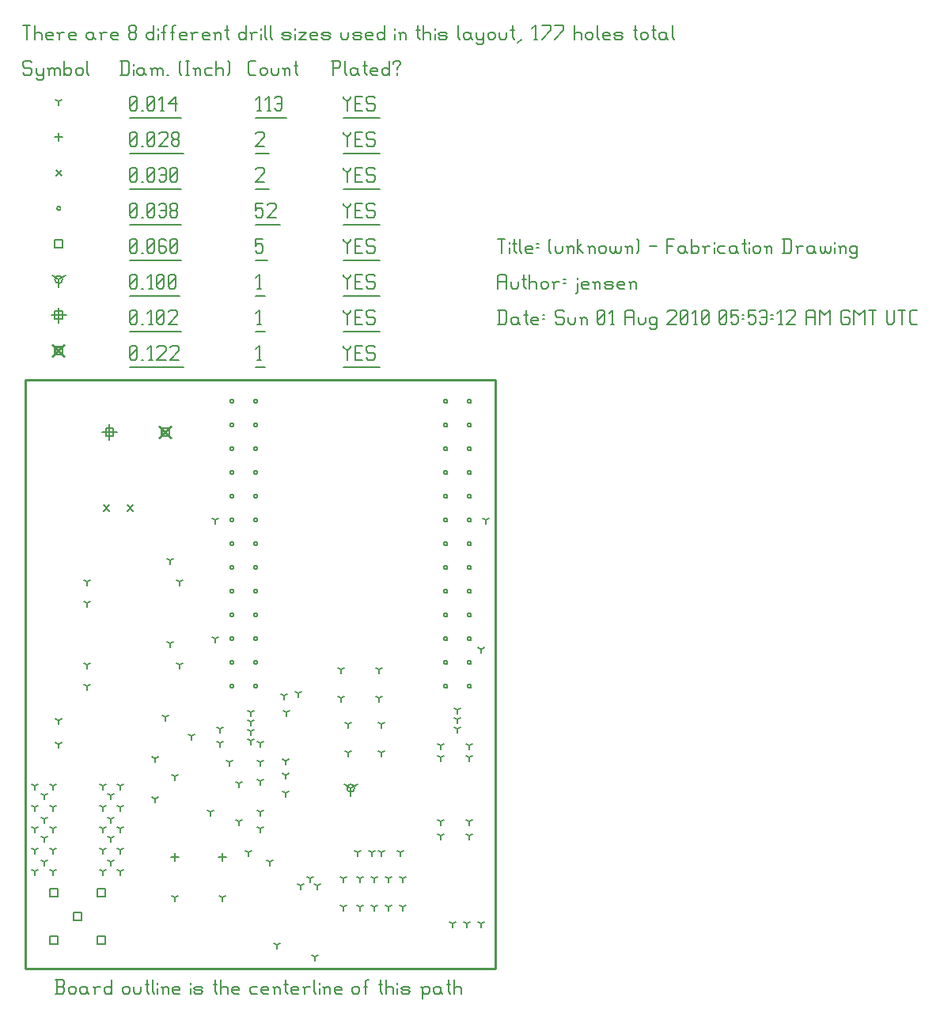
<source format=gbr>
G04 start of page 14 for group -3984 idx -3984 *
G04 Title: (unknown), fab *
G04 Creator: pcb 1.99z *
G04 CreationDate: Sun 01 Aug 2010 05:53:12 AM GMT UTC *
G04 For: jensen *
G04 Format: Gerber/RS-274X *
G04 PCB-Dimensions: 200000 250000 *
G04 PCB-Coordinate-Origin: lower left *
%MOIN*%
%FSLAX25Y25*%
%LNFAB*%
%ADD11C,0.0200*%
%ADD35C,0.0100*%
%ADD51R,0.0080X0.0080*%
%ADD52C,0.0060*%
G54D11*G36*
X57600Y229966D02*X62965Y224600D01*
X62400Y224035D01*
X57034Y229400D01*
X57600Y229966D01*
G37*
G36*
X57034Y224600D02*X62400Y229966D01*
X62965Y229400D01*
X57600Y224035D01*
X57034Y224600D01*
G37*
G54D51*X58400Y228600D02*X61600D01*
X58400D02*Y225400D01*
X61600D01*
Y228600D02*Y225400D01*
G54D11*G36*
X12600Y264215D02*X17965Y258850D01*
X17400Y258284D01*
X12034Y263650D01*
X12600Y264215D01*
G37*
G36*
X12034Y258850D02*X17400Y264215D01*
X17965Y263650D01*
X12600Y258284D01*
X12034Y258850D01*
G37*
G54D51*X13400Y262850D02*X16600D01*
X13400D02*Y259650D01*
X16600D01*
Y262850D02*Y259650D01*
G54D52*X135000Y263500D02*Y262750D01*
X136500Y261250D01*
X138000Y262750D01*
Y263500D02*Y262750D01*
X136500Y261250D02*Y257500D01*
X139801Y260500D02*X142051D01*
X139801Y257500D02*X142801D01*
X139801Y263500D02*Y257500D01*
Y263500D02*X142801D01*
X147603D02*X148353Y262750D01*
X145353Y263500D02*X147603D01*
X144603Y262750D02*X145353Y263500D01*
X144603Y262750D02*Y261250D01*
X145353Y260500D01*
X147603D01*
X148353Y259750D01*
Y258250D01*
X147603Y257500D02*X148353Y258250D01*
X145353Y257500D02*X147603D01*
X144603Y258250D02*X145353Y257500D01*
X135000Y254249D02*X150154D01*
X98750Y257500D02*X100250D01*
X99500Y263500D02*Y257500D01*
X98000Y262000D02*X99500Y263500D01*
X98000Y254249D02*X102051D01*
X45000Y258250D02*X45750Y257500D01*
X45000Y262750D02*Y258250D01*
Y262750D02*X45750Y263500D01*
X47250D01*
X48000Y262750D01*
Y258250D01*
X47250Y257500D02*X48000Y258250D01*
X45750Y257500D02*X47250D01*
X45000Y259000D02*X48000Y262000D01*
X49801Y257500D02*X50551D01*
X53103D02*X54603D01*
X53853Y263500D02*Y257500D01*
X52353Y262000D02*X53853Y263500D01*
X56404Y262750D02*X57154Y263500D01*
X59404D01*
X60154Y262750D01*
Y261250D01*
X56404Y257500D02*X60154Y261250D01*
X56404Y257500D02*X60154D01*
X61956Y262750D02*X62706Y263500D01*
X64956D01*
X65706Y262750D01*
Y261250D01*
X61956Y257500D02*X65706Y261250D01*
X61956Y257500D02*X65706D01*
X45000Y254249D02*X67507D01*
X36377Y230200D02*Y223800D01*
X33177Y227000D02*X39577D01*
X34777Y228600D02*X37977D01*
X34777D02*Y225400D01*
X37977D01*
Y228600D02*Y225400D01*
X15000Y279450D02*Y273050D01*
X11800Y276250D02*X18200D01*
X13400Y277850D02*X16600D01*
X13400D02*Y274650D01*
X16600D01*
Y277850D02*Y274650D01*
X135000Y278500D02*Y277750D01*
X136500Y276250D01*
X138000Y277750D01*
Y278500D02*Y277750D01*
X136500Y276250D02*Y272500D01*
X139801Y275500D02*X142051D01*
X139801Y272500D02*X142801D01*
X139801Y278500D02*Y272500D01*
Y278500D02*X142801D01*
X147603D02*X148353Y277750D01*
X145353Y278500D02*X147603D01*
X144603Y277750D02*X145353Y278500D01*
X144603Y277750D02*Y276250D01*
X145353Y275500D01*
X147603D01*
X148353Y274750D01*
Y273250D01*
X147603Y272500D02*X148353Y273250D01*
X145353Y272500D02*X147603D01*
X144603Y273250D02*X145353Y272500D01*
X135000Y269249D02*X150154D01*
X98750Y272500D02*X100250D01*
X99500Y278500D02*Y272500D01*
X98000Y277000D02*X99500Y278500D01*
X98000Y269249D02*X102051D01*
X45000Y273250D02*X45750Y272500D01*
X45000Y277750D02*Y273250D01*
Y277750D02*X45750Y278500D01*
X47250D01*
X48000Y277750D01*
Y273250D01*
X47250Y272500D02*X48000Y273250D01*
X45750Y272500D02*X47250D01*
X45000Y274000D02*X48000Y277000D01*
X49801Y272500D02*X50551D01*
X53103D02*X54603D01*
X53853Y278500D02*Y272500D01*
X52353Y277000D02*X53853Y278500D01*
X56404Y273250D02*X57154Y272500D01*
X56404Y277750D02*Y273250D01*
Y277750D02*X57154Y278500D01*
X58654D01*
X59404Y277750D01*
Y273250D01*
X58654Y272500D02*X59404Y273250D01*
X57154Y272500D02*X58654D01*
X56404Y274000D02*X59404Y277000D01*
X61206Y277750D02*X61956Y278500D01*
X64206D01*
X64956Y277750D01*
Y276250D01*
X61206Y272500D02*X64956Y276250D01*
X61206Y272500D02*X64956D01*
X45000Y269249D02*X66757D01*
X138000Y77000D02*Y73800D01*
Y77000D02*X140773Y78600D01*
X138000Y77000D02*X135227Y78600D01*
X136400Y77000D02*G75*G03X139600Y77000I1600J0D01*G01*
G75*G03X136400Y77000I-1600J0D01*G01*
X15000Y291250D02*Y288050D01*
Y291250D02*X17773Y292850D01*
X15000Y291250D02*X12227Y292850D01*
X13400Y291250D02*G75*G03X16600Y291250I1600J0D01*G01*
G75*G03X13400Y291250I-1600J0D01*G01*
X135000Y293500D02*Y292750D01*
X136500Y291250D01*
X138000Y292750D01*
Y293500D02*Y292750D01*
X136500Y291250D02*Y287500D01*
X139801Y290500D02*X142051D01*
X139801Y287500D02*X142801D01*
X139801Y293500D02*Y287500D01*
Y293500D02*X142801D01*
X147603D02*X148353Y292750D01*
X145353Y293500D02*X147603D01*
X144603Y292750D02*X145353Y293500D01*
X144603Y292750D02*Y291250D01*
X145353Y290500D01*
X147603D01*
X148353Y289750D01*
Y288250D01*
X147603Y287500D02*X148353Y288250D01*
X145353Y287500D02*X147603D01*
X144603Y288250D02*X145353Y287500D01*
X135000Y284249D02*X150154D01*
X98750Y287500D02*X100250D01*
X99500Y293500D02*Y287500D01*
X98000Y292000D02*X99500Y293500D01*
X98000Y284249D02*X102051D01*
X45000Y288250D02*X45750Y287500D01*
X45000Y292750D02*Y288250D01*
Y292750D02*X45750Y293500D01*
X47250D01*
X48000Y292750D01*
Y288250D01*
X47250Y287500D02*X48000Y288250D01*
X45750Y287500D02*X47250D01*
X45000Y289000D02*X48000Y292000D01*
X49801Y287500D02*X50551D01*
X53103D02*X54603D01*
X53853Y293500D02*Y287500D01*
X52353Y292000D02*X53853Y293500D01*
X56404Y288250D02*X57154Y287500D01*
X56404Y292750D02*Y288250D01*
Y292750D02*X57154Y293500D01*
X58654D01*
X59404Y292750D01*
Y288250D01*
X58654Y287500D02*X59404Y288250D01*
X57154Y287500D02*X58654D01*
X56404Y289000D02*X59404Y292000D01*
X61206Y288250D02*X61956Y287500D01*
X61206Y292750D02*Y288250D01*
Y292750D02*X61956Y293500D01*
X63456D01*
X64206Y292750D01*
Y288250D01*
X63456Y287500D02*X64206Y288250D01*
X61956Y287500D02*X63456D01*
X61206Y289000D02*X64206Y292000D01*
X45000Y284249D02*X66007D01*
X11400Y34600D02*X14600D01*
X11400D02*Y31400D01*
X14600D01*
Y34600D02*Y31400D01*
X31400Y34600D02*X34600D01*
X31400D02*Y31400D01*
X34600D01*
Y34600D02*Y31400D01*
X21400Y24600D02*X24600D01*
X21400D02*Y21400D01*
X24600D01*
Y24600D02*Y21400D01*
X11400Y14600D02*X14600D01*
X11400D02*Y11400D01*
X14600D01*
Y14600D02*Y11400D01*
X31400Y14600D02*X34600D01*
X31400D02*Y11400D01*
X34600D01*
Y14600D02*Y11400D01*
X13400Y307850D02*X16600D01*
X13400D02*Y304650D01*
X16600D01*
Y307850D02*Y304650D01*
X135000Y308500D02*Y307750D01*
X136500Y306250D01*
X138000Y307750D01*
Y308500D02*Y307750D01*
X136500Y306250D02*Y302500D01*
X139801Y305500D02*X142051D01*
X139801Y302500D02*X142801D01*
X139801Y308500D02*Y302500D01*
Y308500D02*X142801D01*
X147603D02*X148353Y307750D01*
X145353Y308500D02*X147603D01*
X144603Y307750D02*X145353Y308500D01*
X144603Y307750D02*Y306250D01*
X145353Y305500D01*
X147603D01*
X148353Y304750D01*
Y303250D01*
X147603Y302500D02*X148353Y303250D01*
X145353Y302500D02*X147603D01*
X144603Y303250D02*X145353Y302500D01*
X135000Y299249D02*X150154D01*
X98000Y308500D02*X101000D01*
X98000D02*Y305500D01*
X98750Y306250D01*
X100250D01*
X101000Y305500D01*
Y303250D01*
X100250Y302500D02*X101000Y303250D01*
X98750Y302500D02*X100250D01*
X98000Y303250D02*X98750Y302500D01*
X98000Y299249D02*X102801D01*
X45000Y303250D02*X45750Y302500D01*
X45000Y307750D02*Y303250D01*
Y307750D02*X45750Y308500D01*
X47250D01*
X48000Y307750D01*
Y303250D01*
X47250Y302500D02*X48000Y303250D01*
X45750Y302500D02*X47250D01*
X45000Y304000D02*X48000Y307000D01*
X49801Y302500D02*X50551D01*
X52353Y303250D02*X53103Y302500D01*
X52353Y307750D02*Y303250D01*
Y307750D02*X53103Y308500D01*
X54603D01*
X55353Y307750D01*
Y303250D01*
X54603Y302500D02*X55353Y303250D01*
X53103Y302500D02*X54603D01*
X52353Y304000D02*X55353Y307000D01*
X59404Y308500D02*X60154Y307750D01*
X57904Y308500D02*X59404D01*
X57154Y307750D02*X57904Y308500D01*
X57154Y307750D02*Y303250D01*
X57904Y302500D01*
X59404Y305500D02*X60154Y304750D01*
X57154Y305500D02*X59404D01*
X57904Y302500D02*X59404D01*
X60154Y303250D01*
Y304750D02*Y303250D01*
X61956D02*X62706Y302500D01*
X61956Y307750D02*Y303250D01*
Y307750D02*X62706Y308500D01*
X64206D01*
X64956Y307750D01*
Y303250D01*
X64206Y302500D02*X64956Y303250D01*
X62706Y302500D02*X64206D01*
X61956Y304000D02*X64956Y307000D01*
X45000Y299249D02*X66757D01*
X177200Y240000D02*G75*G03X178800Y240000I800J0D01*G01*
G75*G03X177200Y240000I-800J0D01*G01*
X187200D02*G75*G03X188800Y240000I800J0D01*G01*
G75*G03X187200Y240000I-800J0D01*G01*
X177200Y230000D02*G75*G03X178800Y230000I800J0D01*G01*
G75*G03X177200Y230000I-800J0D01*G01*
X187200D02*G75*G03X188800Y230000I800J0D01*G01*
G75*G03X187200Y230000I-800J0D01*G01*
X177200Y220000D02*G75*G03X178800Y220000I800J0D01*G01*
G75*G03X177200Y220000I-800J0D01*G01*
X187200D02*G75*G03X188800Y220000I800J0D01*G01*
G75*G03X187200Y220000I-800J0D01*G01*
X177200Y210000D02*G75*G03X178800Y210000I800J0D01*G01*
G75*G03X177200Y210000I-800J0D01*G01*
X187200D02*G75*G03X188800Y210000I800J0D01*G01*
G75*G03X187200Y210000I-800J0D01*G01*
X177200Y200000D02*G75*G03X178800Y200000I800J0D01*G01*
G75*G03X177200Y200000I-800J0D01*G01*
X187200D02*G75*G03X188800Y200000I800J0D01*G01*
G75*G03X187200Y200000I-800J0D01*G01*
X177200Y190000D02*G75*G03X178800Y190000I800J0D01*G01*
G75*G03X177200Y190000I-800J0D01*G01*
X187200D02*G75*G03X188800Y190000I800J0D01*G01*
G75*G03X187200Y190000I-800J0D01*G01*
X177200Y180000D02*G75*G03X178800Y180000I800J0D01*G01*
G75*G03X177200Y180000I-800J0D01*G01*
X187200D02*G75*G03X188800Y180000I800J0D01*G01*
G75*G03X187200Y180000I-800J0D01*G01*
X177200Y170000D02*G75*G03X178800Y170000I800J0D01*G01*
G75*G03X177200Y170000I-800J0D01*G01*
X187200D02*G75*G03X188800Y170000I800J0D01*G01*
G75*G03X187200Y170000I-800J0D01*G01*
X177200Y160000D02*G75*G03X178800Y160000I800J0D01*G01*
G75*G03X177200Y160000I-800J0D01*G01*
X187200D02*G75*G03X188800Y160000I800J0D01*G01*
G75*G03X187200Y160000I-800J0D01*G01*
X177200Y150000D02*G75*G03X178800Y150000I800J0D01*G01*
G75*G03X177200Y150000I-800J0D01*G01*
X187200D02*G75*G03X188800Y150000I800J0D01*G01*
G75*G03X187200Y150000I-800J0D01*G01*
X177200Y140000D02*G75*G03X178800Y140000I800J0D01*G01*
G75*G03X177200Y140000I-800J0D01*G01*
X187200D02*G75*G03X188800Y140000I800J0D01*G01*
G75*G03X187200Y140000I-800J0D01*G01*
X177200Y130000D02*G75*G03X178800Y130000I800J0D01*G01*
G75*G03X177200Y130000I-800J0D01*G01*
X187200D02*G75*G03X188800Y130000I800J0D01*G01*
G75*G03X187200Y130000I-800J0D01*G01*
X177200Y120000D02*G75*G03X178800Y120000I800J0D01*G01*
G75*G03X177200Y120000I-800J0D01*G01*
X187200D02*G75*G03X188800Y120000I800J0D01*G01*
G75*G03X187200Y120000I-800J0D01*G01*
X87100Y240000D02*G75*G03X88700Y240000I800J0D01*G01*
G75*G03X87100Y240000I-800J0D01*G01*
X97100D02*G75*G03X98700Y240000I800J0D01*G01*
G75*G03X97100Y240000I-800J0D01*G01*
X87100Y230000D02*G75*G03X88700Y230000I800J0D01*G01*
G75*G03X87100Y230000I-800J0D01*G01*
X97100D02*G75*G03X98700Y230000I800J0D01*G01*
G75*G03X97100Y230000I-800J0D01*G01*
X87100Y220000D02*G75*G03X88700Y220000I800J0D01*G01*
G75*G03X87100Y220000I-800J0D01*G01*
X97100D02*G75*G03X98700Y220000I800J0D01*G01*
G75*G03X97100Y220000I-800J0D01*G01*
X87100Y210000D02*G75*G03X88700Y210000I800J0D01*G01*
G75*G03X87100Y210000I-800J0D01*G01*
X97100D02*G75*G03X98700Y210000I800J0D01*G01*
G75*G03X97100Y210000I-800J0D01*G01*
X87100Y200000D02*G75*G03X88700Y200000I800J0D01*G01*
G75*G03X87100Y200000I-800J0D01*G01*
X97100D02*G75*G03X98700Y200000I800J0D01*G01*
G75*G03X97100Y200000I-800J0D01*G01*
X87100Y190000D02*G75*G03X88700Y190000I800J0D01*G01*
G75*G03X87100Y190000I-800J0D01*G01*
X97100D02*G75*G03X98700Y190000I800J0D01*G01*
G75*G03X97100Y190000I-800J0D01*G01*
X87100Y180000D02*G75*G03X88700Y180000I800J0D01*G01*
G75*G03X87100Y180000I-800J0D01*G01*
X97100D02*G75*G03X98700Y180000I800J0D01*G01*
G75*G03X97100Y180000I-800J0D01*G01*
X87100Y170000D02*G75*G03X88700Y170000I800J0D01*G01*
G75*G03X87100Y170000I-800J0D01*G01*
X97100D02*G75*G03X98700Y170000I800J0D01*G01*
G75*G03X97100Y170000I-800J0D01*G01*
X87100Y160000D02*G75*G03X88700Y160000I800J0D01*G01*
G75*G03X87100Y160000I-800J0D01*G01*
X97100D02*G75*G03X98700Y160000I800J0D01*G01*
G75*G03X97100Y160000I-800J0D01*G01*
X87100Y150000D02*G75*G03X88700Y150000I800J0D01*G01*
G75*G03X87100Y150000I-800J0D01*G01*
X97100D02*G75*G03X98700Y150000I800J0D01*G01*
G75*G03X97100Y150000I-800J0D01*G01*
X87100Y140000D02*G75*G03X88700Y140000I800J0D01*G01*
G75*G03X87100Y140000I-800J0D01*G01*
X97100D02*G75*G03X98700Y140000I800J0D01*G01*
G75*G03X97100Y140000I-800J0D01*G01*
X87100Y130000D02*G75*G03X88700Y130000I800J0D01*G01*
G75*G03X87100Y130000I-800J0D01*G01*
X97100D02*G75*G03X98700Y130000I800J0D01*G01*
G75*G03X97100Y130000I-800J0D01*G01*
X87100Y120000D02*G75*G03X88700Y120000I800J0D01*G01*
G75*G03X87100Y120000I-800J0D01*G01*
X97100D02*G75*G03X98700Y120000I800J0D01*G01*
G75*G03X97100Y120000I-800J0D01*G01*
X14200Y321250D02*G75*G03X15800Y321250I800J0D01*G01*
G75*G03X14200Y321250I-800J0D01*G01*
X135000Y323500D02*Y322750D01*
X136500Y321250D01*
X138000Y322750D01*
Y323500D02*Y322750D01*
X136500Y321250D02*Y317500D01*
X139801Y320500D02*X142051D01*
X139801Y317500D02*X142801D01*
X139801Y323500D02*Y317500D01*
Y323500D02*X142801D01*
X147603D02*X148353Y322750D01*
X145353Y323500D02*X147603D01*
X144603Y322750D02*X145353Y323500D01*
X144603Y322750D02*Y321250D01*
X145353Y320500D01*
X147603D01*
X148353Y319750D01*
Y318250D01*
X147603Y317500D02*X148353Y318250D01*
X145353Y317500D02*X147603D01*
X144603Y318250D02*X145353Y317500D01*
X135000Y314249D02*X150154D01*
X98000Y323500D02*X101000D01*
X98000D02*Y320500D01*
X98750Y321250D01*
X100250D01*
X101000Y320500D01*
Y318250D01*
X100250Y317500D02*X101000Y318250D01*
X98750Y317500D02*X100250D01*
X98000Y318250D02*X98750Y317500D01*
X102801Y322750D02*X103551Y323500D01*
X105801D01*
X106551Y322750D01*
Y321250D01*
X102801Y317500D02*X106551Y321250D01*
X102801Y317500D02*X106551D01*
X98000Y314249D02*X108353D01*
X45000Y318250D02*X45750Y317500D01*
X45000Y322750D02*Y318250D01*
Y322750D02*X45750Y323500D01*
X47250D01*
X48000Y322750D01*
Y318250D01*
X47250Y317500D02*X48000Y318250D01*
X45750Y317500D02*X47250D01*
X45000Y319000D02*X48000Y322000D01*
X49801Y317500D02*X50551D01*
X52353Y318250D02*X53103Y317500D01*
X52353Y322750D02*Y318250D01*
Y322750D02*X53103Y323500D01*
X54603D01*
X55353Y322750D01*
Y318250D01*
X54603Y317500D02*X55353Y318250D01*
X53103Y317500D02*X54603D01*
X52353Y319000D02*X55353Y322000D01*
X57154Y322750D02*X57904Y323500D01*
X59404D01*
X60154Y322750D01*
Y318250D01*
X59404Y317500D02*X60154Y318250D01*
X57904Y317500D02*X59404D01*
X57154Y318250D02*X57904Y317500D01*
Y320500D02*X60154D01*
X61956Y318250D02*X62706Y317500D01*
X61956Y319750D02*Y318250D01*
Y319750D02*X62706Y320500D01*
X64206D01*
X64956Y319750D01*
Y318250D01*
X64206Y317500D02*X64956Y318250D01*
X62706Y317500D02*X64206D01*
X61956Y321250D02*X62706Y320500D01*
X61956Y322750D02*Y321250D01*
Y322750D02*X62706Y323500D01*
X64206D01*
X64956Y322750D01*
Y321250D01*
X64206Y320500D02*X64956Y321250D01*
X45000Y314249D02*X66757D01*
X43800Y196200D02*X46200Y193800D01*
X43800D02*X46200Y196200D01*
X33800D02*X36200Y193800D01*
X33800D02*X36200Y196200D01*
X13800Y337450D02*X16200Y335050D01*
X13800D02*X16200Y337450D01*
X135000Y338500D02*Y337750D01*
X136500Y336250D01*
X138000Y337750D01*
Y338500D02*Y337750D01*
X136500Y336250D02*Y332500D01*
X139801Y335500D02*X142051D01*
X139801Y332500D02*X142801D01*
X139801Y338500D02*Y332500D01*
Y338500D02*X142801D01*
X147603D02*X148353Y337750D01*
X145353Y338500D02*X147603D01*
X144603Y337750D02*X145353Y338500D01*
X144603Y337750D02*Y336250D01*
X145353Y335500D01*
X147603D01*
X148353Y334750D01*
Y333250D01*
X147603Y332500D02*X148353Y333250D01*
X145353Y332500D02*X147603D01*
X144603Y333250D02*X145353Y332500D01*
X135000Y329249D02*X150154D01*
X98000Y337750D02*X98750Y338500D01*
X101000D01*
X101750Y337750D01*
Y336250D01*
X98000Y332500D02*X101750Y336250D01*
X98000Y332500D02*X101750D01*
X98000Y329249D02*X103551D01*
X45000Y333250D02*X45750Y332500D01*
X45000Y337750D02*Y333250D01*
Y337750D02*X45750Y338500D01*
X47250D01*
X48000Y337750D01*
Y333250D01*
X47250Y332500D02*X48000Y333250D01*
X45750Y332500D02*X47250D01*
X45000Y334000D02*X48000Y337000D01*
X49801Y332500D02*X50551D01*
X52353Y333250D02*X53103Y332500D01*
X52353Y337750D02*Y333250D01*
Y337750D02*X53103Y338500D01*
X54603D01*
X55353Y337750D01*
Y333250D01*
X54603Y332500D02*X55353Y333250D01*
X53103Y332500D02*X54603D01*
X52353Y334000D02*X55353Y337000D01*
X57154Y337750D02*X57904Y338500D01*
X59404D01*
X60154Y337750D01*
Y333250D01*
X59404Y332500D02*X60154Y333250D01*
X57904Y332500D02*X59404D01*
X57154Y333250D02*X57904Y332500D01*
Y335500D02*X60154D01*
X61956Y333250D02*X62706Y332500D01*
X61956Y337750D02*Y333250D01*
Y337750D02*X62706Y338500D01*
X64206D01*
X64956Y337750D01*
Y333250D01*
X64206Y332500D02*X64956Y333250D01*
X62706Y332500D02*X64206D01*
X61956Y334000D02*X64956Y337000D01*
X45000Y329249D02*X66757D01*
X84000Y49600D02*Y46400D01*
X82400Y48000D02*X85600D01*
X64000Y49600D02*Y46400D01*
X62400Y48000D02*X65600D01*
X15000Y352850D02*Y349650D01*
X13400Y351250D02*X16600D01*
X135000Y353500D02*Y352750D01*
X136500Y351250D01*
X138000Y352750D01*
Y353500D02*Y352750D01*
X136500Y351250D02*Y347500D01*
X139801Y350500D02*X142051D01*
X139801Y347500D02*X142801D01*
X139801Y353500D02*Y347500D01*
Y353500D02*X142801D01*
X147603D02*X148353Y352750D01*
X145353Y353500D02*X147603D01*
X144603Y352750D02*X145353Y353500D01*
X144603Y352750D02*Y351250D01*
X145353Y350500D01*
X147603D01*
X148353Y349750D01*
Y348250D01*
X147603Y347500D02*X148353Y348250D01*
X145353Y347500D02*X147603D01*
X144603Y348250D02*X145353Y347500D01*
X135000Y344249D02*X150154D01*
X98000Y352750D02*X98750Y353500D01*
X101000D01*
X101750Y352750D01*
Y351250D01*
X98000Y347500D02*X101750Y351250D01*
X98000Y347500D02*X101750D01*
X98000Y344249D02*X103551D01*
X45000Y348250D02*X45750Y347500D01*
X45000Y352750D02*Y348250D01*
Y352750D02*X45750Y353500D01*
X47250D01*
X48000Y352750D01*
Y348250D01*
X47250Y347500D02*X48000Y348250D01*
X45750Y347500D02*X47250D01*
X45000Y349000D02*X48000Y352000D01*
X49801Y347500D02*X50551D01*
X52353Y348250D02*X53103Y347500D01*
X52353Y352750D02*Y348250D01*
Y352750D02*X53103Y353500D01*
X54603D01*
X55353Y352750D01*
Y348250D01*
X54603Y347500D02*X55353Y348250D01*
X53103Y347500D02*X54603D01*
X52353Y349000D02*X55353Y352000D01*
X57154Y352750D02*X57904Y353500D01*
X60154D01*
X60904Y352750D01*
Y351250D01*
X57154Y347500D02*X60904Y351250D01*
X57154Y347500D02*X60904D01*
X62706Y348250D02*X63456Y347500D01*
X62706Y349750D02*Y348250D01*
Y349750D02*X63456Y350500D01*
X64956D01*
X65706Y349750D01*
Y348250D01*
X64956Y347500D02*X65706Y348250D01*
X63456Y347500D02*X64956D01*
X62706Y351250D02*X63456Y350500D01*
X62706Y352750D02*Y351250D01*
Y352750D02*X63456Y353500D01*
X64956D01*
X65706Y352750D01*
Y351250D01*
X64956Y350500D02*X65706Y351250D01*
X45000Y344249D02*X67507D01*
X15000Y95500D02*Y93900D01*
Y95500D02*X16386Y96300D01*
X15000Y95500D02*X13614Y96300D01*
X27000Y155000D02*Y153400D01*
Y155000D02*X28386Y155800D01*
X27000Y155000D02*X25614Y155800D01*
X27000Y164000D02*Y162400D01*
Y164000D02*X28386Y164800D01*
X27000Y164000D02*X25614Y164800D01*
X27000Y129000D02*Y127400D01*
Y129000D02*X28386Y129800D01*
X27000Y129000D02*X25614Y129800D01*
X62000Y138000D02*Y136400D01*
Y138000D02*X63386Y138800D01*
X62000Y138000D02*X60614Y138800D01*
X62000Y173000D02*Y171400D01*
Y173000D02*X63386Y173800D01*
X62000Y173000D02*X60614Y173800D01*
X66000Y129000D02*Y127400D01*
Y129000D02*X67386Y129800D01*
X66000Y129000D02*X64614Y129800D01*
X66000Y164000D02*Y162400D01*
Y164000D02*X67386Y164800D01*
X66000Y164000D02*X64614Y164800D01*
X27000Y120000D02*Y118400D01*
Y120000D02*X28386Y120800D01*
X27000Y120000D02*X25614Y120800D01*
X150000Y127000D02*Y125400D01*
Y127000D02*X151386Y127800D01*
X150000Y127000D02*X148614Y127800D01*
X137000Y104000D02*Y102400D01*
Y104000D02*X138386Y104800D01*
X137000Y104000D02*X135614Y104800D01*
X81000Y140000D02*Y138400D01*
Y140000D02*X82386Y140800D01*
X81000Y140000D02*X79614Y140800D01*
X159000Y50000D02*Y48400D01*
Y50000D02*X160386Y50800D01*
X159000Y50000D02*X157614Y50800D01*
X135000Y39000D02*Y37400D01*
Y39000D02*X136386Y39800D01*
X135000Y39000D02*X133614Y39800D01*
X135000Y27000D02*Y25400D01*
Y27000D02*X136386Y27800D01*
X135000Y27000D02*X133614Y27800D01*
X142000Y39000D02*Y37400D01*
Y39000D02*X143386Y39800D01*
X142000Y39000D02*X140614Y39800D01*
X148000Y39000D02*Y37400D01*
Y39000D02*X149386Y39800D01*
X148000Y39000D02*X146614Y39800D01*
X154000Y39000D02*Y37400D01*
Y39000D02*X155386Y39800D01*
X154000Y39000D02*X152614Y39800D01*
X147000Y50000D02*Y48400D01*
Y50000D02*X148386Y50800D01*
X147000Y50000D02*X145614Y50800D01*
X151000Y50000D02*Y48400D01*
Y50000D02*X152386Y50800D01*
X151000Y50000D02*X149614Y50800D01*
X141000Y50000D02*Y48400D01*
Y50000D02*X142386Y50800D01*
X141000Y50000D02*X139614Y50800D01*
X142000Y27000D02*Y25400D01*
Y27000D02*X143386Y27800D01*
X142000Y27000D02*X140614Y27800D01*
X71000Y99000D02*Y97400D01*
Y99000D02*X72386Y99800D01*
X71000Y99000D02*X69614Y99800D01*
X188000Y63000D02*Y61400D01*
Y63000D02*X189386Y63800D01*
X188000Y63000D02*X186614Y63800D01*
X188000Y57000D02*Y55400D01*
Y57000D02*X189386Y57800D01*
X188000Y57000D02*X186614Y57800D01*
X176000Y63000D02*Y61400D01*
Y63000D02*X177386Y63800D01*
X176000Y63000D02*X174614Y63800D01*
X176000Y57000D02*Y55400D01*
Y57000D02*X177386Y57800D01*
X176000Y57000D02*X174614Y57800D01*
X160000Y39000D02*Y37400D01*
Y39000D02*X161386Y39800D01*
X160000Y39000D02*X158614Y39800D01*
X160000Y27000D02*Y25400D01*
Y27000D02*X161386Y27800D01*
X160000Y27000D02*X158614Y27800D01*
X176000Y90000D02*Y88400D01*
Y90000D02*X177386Y90800D01*
X176000Y90000D02*X174614Y90800D01*
X188000Y90000D02*Y88400D01*
Y90000D02*X189386Y90800D01*
X188000Y90000D02*X186614Y90800D01*
X176000Y95000D02*Y93400D01*
Y95000D02*X177386Y95800D01*
X176000Y95000D02*X174614Y95800D01*
X188000Y95000D02*Y93400D01*
Y95000D02*X189386Y95800D01*
X188000Y95000D02*X186614Y95800D01*
X151000Y104000D02*Y102400D01*
Y104000D02*X152386Y104800D01*
X151000Y104000D02*X149614Y104800D01*
X150000Y115000D02*Y113400D01*
Y115000D02*X151386Y115800D01*
X150000Y115000D02*X148614Y115800D01*
X134000Y115000D02*Y113400D01*
Y115000D02*X135386Y115800D01*
X134000Y115000D02*X132614Y115800D01*
X134000Y127000D02*Y125400D01*
Y127000D02*X135386Y127800D01*
X134000Y127000D02*X132614Y127800D01*
X91000Y79000D02*Y77400D01*
Y79000D02*X92386Y79800D01*
X91000Y79000D02*X89614Y79800D01*
X137000Y92000D02*Y90400D01*
Y92000D02*X138386Y92800D01*
X137000Y92000D02*X135614Y92800D01*
X116000Y117000D02*Y115400D01*
Y117000D02*X117386Y117800D01*
X116000Y117000D02*X114614Y117800D01*
X121000Y39000D02*Y37400D01*
Y39000D02*X122386Y39800D01*
X121000Y39000D02*X119614Y39800D01*
X100000Y60000D02*Y58400D01*
Y60000D02*X101386Y60800D01*
X100000Y60000D02*X98614Y60800D01*
X100000Y80000D02*Y78400D01*
Y80000D02*X101386Y80800D01*
X100000Y80000D02*X98614Y80800D01*
X100000Y96000D02*Y94400D01*
Y96000D02*X101386Y96800D01*
X100000Y96000D02*X98614Y96800D01*
X154000Y27000D02*Y25400D01*
Y27000D02*X155386Y27800D01*
X154000Y27000D02*X152614Y27800D01*
X148000Y27000D02*Y25400D01*
Y27000D02*X149386Y27800D01*
X148000Y27000D02*X146614Y27800D01*
X151000Y92000D02*Y90400D01*
Y92000D02*X152386Y92800D01*
X151000Y92000D02*X149614Y92800D01*
X60000Y107000D02*Y105400D01*
Y107000D02*X61386Y107800D01*
X60000Y107000D02*X58614Y107800D01*
X110000Y116000D02*Y114400D01*
Y116000D02*X111386Y116800D01*
X110000Y116000D02*X108614Y116800D01*
X111000Y109000D02*Y107400D01*
Y109000D02*X112386Y109800D01*
X111000Y109000D02*X109614Y109800D01*
X96000Y109000D02*Y107400D01*
Y109000D02*X97386Y109800D01*
X96000Y109000D02*X94614Y109800D01*
X96000Y105000D02*Y103400D01*
Y105000D02*X97386Y105800D01*
X96000Y105000D02*X94614Y105800D01*
X96000Y101000D02*Y99400D01*
Y101000D02*X97386Y101800D01*
X96000Y101000D02*X94614Y101800D01*
X96000Y97000D02*Y95400D01*
Y97000D02*X97386Y97800D01*
X96000Y97000D02*X94614Y97800D01*
X83000Y96000D02*Y94400D01*
Y96000D02*X84386Y96800D01*
X83000Y96000D02*X81614Y96800D01*
X83000Y102000D02*Y100400D01*
Y102000D02*X84386Y102800D01*
X83000Y102000D02*X81614Y102800D01*
X110500Y88500D02*Y86900D01*
Y88500D02*X111886Y89300D01*
X110500Y88500D02*X109114Y89300D01*
X100000Y88000D02*Y86400D01*
Y88000D02*X101386Y88800D01*
X100000Y88000D02*X98614Y88800D01*
X87000Y88000D02*Y86400D01*
Y88000D02*X88386Y88800D01*
X87000Y88000D02*X85614Y88800D01*
X55500Y72500D02*Y70900D01*
Y72500D02*X56886Y73300D01*
X55500Y72500D02*X54114Y73300D01*
X37000Y46000D02*Y44400D01*
Y46000D02*X38386Y46800D01*
X37000Y46000D02*X35614Y46800D01*
X55500Y89500D02*Y87900D01*
Y89500D02*X56886Y90300D01*
X55500Y89500D02*X54114Y90300D01*
X33500Y42000D02*Y40400D01*
Y42000D02*X34886Y42800D01*
X33500Y42000D02*X32114Y42800D01*
X33500Y78000D02*Y76400D01*
Y78000D02*X34886Y78800D01*
X33500Y78000D02*X32114Y78800D01*
X12500Y78000D02*Y76400D01*
Y78000D02*X13886Y78800D01*
X12500Y78000D02*X11114Y78800D01*
X33500Y69000D02*Y67400D01*
Y69000D02*X34886Y69800D01*
X33500Y69000D02*X32114Y69800D01*
X33500Y60000D02*Y58400D01*
Y60000D02*X34886Y60800D01*
X33500Y60000D02*X32114Y60800D01*
X33500Y51000D02*Y49400D01*
Y51000D02*X34886Y51800D01*
X33500Y51000D02*X32114Y51800D01*
X12500Y69000D02*Y67400D01*
Y69000D02*X13886Y69800D01*
X12500Y69000D02*X11114Y69800D01*
X12500Y51000D02*Y49400D01*
Y51000D02*X13886Y51800D01*
X12500Y51000D02*X11114Y51800D01*
X9000Y46000D02*Y44400D01*
Y46000D02*X10386Y46800D01*
X9000Y46000D02*X7614Y46800D01*
X100000Y67000D02*Y65400D01*
Y67000D02*X101386Y67800D01*
X100000Y67000D02*X98614Y67800D01*
X41000Y69000D02*Y67400D01*
Y69000D02*X42386Y69800D01*
X41000Y69000D02*X39614Y69800D01*
X41000Y60000D02*Y58400D01*
Y60000D02*X42386Y60800D01*
X41000Y60000D02*X39614Y60800D01*
X41000Y78000D02*Y76400D01*
Y78000D02*X42386Y78800D01*
X41000Y78000D02*X39614Y78800D01*
X37000Y64000D02*Y62400D01*
Y64000D02*X38386Y64800D01*
X37000Y64000D02*X35614Y64800D01*
X9000Y56000D02*Y54400D01*
Y56000D02*X10386Y56800D01*
X9000Y56000D02*X7614Y56800D01*
X9000Y74000D02*Y72400D01*
Y74000D02*X10386Y74800D01*
X9000Y74000D02*X7614Y74800D01*
X12500Y60000D02*Y58400D01*
Y60000D02*X13886Y60800D01*
X12500Y60000D02*X11114Y60800D01*
X9000Y64000D02*Y62400D01*
Y64000D02*X10386Y64800D01*
X9000Y64000D02*X7614Y64800D01*
X64000Y31000D02*Y29400D01*
Y31000D02*X65386Y31800D01*
X64000Y31000D02*X62614Y31800D01*
X84000Y31000D02*Y29400D01*
Y31000D02*X85386Y31800D01*
X84000Y31000D02*X82614Y31800D01*
X64000Y82000D02*Y80400D01*
Y82000D02*X65386Y82800D01*
X64000Y82000D02*X62614Y82800D01*
X79000Y67000D02*Y65400D01*
Y67000D02*X80386Y67800D01*
X79000Y67000D02*X77614Y67800D01*
X110500Y75000D02*Y73400D01*
Y75000D02*X111886Y75800D01*
X110500Y75000D02*X109114Y75800D01*
X110500Y82500D02*Y80900D01*
Y82500D02*X111886Y83300D01*
X110500Y82500D02*X109114Y83300D01*
X91000Y63000D02*Y61400D01*
Y63000D02*X92386Y63800D01*
X91000Y63000D02*X89614Y63800D01*
X95000Y50000D02*Y48400D01*
Y50000D02*X96386Y50800D01*
X95000Y50000D02*X93614Y50800D01*
X104000Y46000D02*Y44400D01*
Y46000D02*X105386Y46800D01*
X104000Y46000D02*X102614Y46800D01*
X117000Y36000D02*Y34400D01*
Y36000D02*X118386Y36800D01*
X117000Y36000D02*X115614Y36800D01*
X124000Y36000D02*Y34400D01*
Y36000D02*X125386Y36800D01*
X124000Y36000D02*X122614Y36800D01*
X107000Y11000D02*Y9400D01*
Y11000D02*X108386Y11800D01*
X107000Y11000D02*X105614Y11800D01*
X123000Y6000D02*Y4400D01*
Y6000D02*X124386Y6800D01*
X123000Y6000D02*X121614Y6800D01*
X12500Y42000D02*Y40400D01*
Y42000D02*X13886Y42800D01*
X12500Y42000D02*X11114Y42800D01*
X5000Y78000D02*Y76400D01*
Y78000D02*X6386Y78800D01*
X5000Y78000D02*X3614Y78800D01*
X5000Y69000D02*Y67400D01*
Y69000D02*X6386Y69800D01*
X5000Y69000D02*X3614Y69800D01*
X5000Y51000D02*Y49400D01*
Y51000D02*X6386Y51800D01*
X5000Y51000D02*X3614Y51800D01*
X5000Y60000D02*Y58400D01*
Y60000D02*X6386Y60800D01*
X5000Y60000D02*X3614Y60800D01*
X5000Y42000D02*Y40400D01*
Y42000D02*X6386Y42800D01*
X5000Y42000D02*X3614Y42800D01*
X41000Y51000D02*Y49400D01*
Y51000D02*X42386Y51800D01*
X41000Y51000D02*X39614Y51800D01*
X37000Y56000D02*Y54400D01*
Y56000D02*X38386Y56800D01*
X37000Y56000D02*X35614Y56800D01*
X37000Y74000D02*Y72400D01*
Y74000D02*X38386Y74800D01*
X37000Y74000D02*X35614Y74800D01*
X41000Y42000D02*Y40400D01*
Y42000D02*X42386Y42800D01*
X41000Y42000D02*X39614Y42800D01*
X15000Y105500D02*Y103900D01*
Y105500D02*X16386Y106300D01*
X15000Y105500D02*X13614Y106300D01*
X193000Y135500D02*Y133900D01*
Y135500D02*X194386Y136300D01*
X193000Y135500D02*X191614Y136300D01*
X195000Y190000D02*Y188400D01*
Y190000D02*X196386Y190800D01*
X195000Y190000D02*X193614Y190800D01*
X81000Y190000D02*Y188400D01*
Y190000D02*X82386Y190800D01*
X81000Y190000D02*X79614Y190800D01*
X183000Y110000D02*Y108400D01*
Y110000D02*X184386Y110800D01*
X183000Y110000D02*X181614Y110800D01*
X183000Y106000D02*Y104400D01*
Y106000D02*X184386Y106800D01*
X183000Y106000D02*X181614Y106800D01*
X183000Y102000D02*Y100400D01*
Y102000D02*X184386Y102800D01*
X183000Y102000D02*X181614Y102800D01*
X181000Y20000D02*Y18400D01*
Y20000D02*X182386Y20800D01*
X181000Y20000D02*X179614Y20800D01*
X187000Y20000D02*Y18400D01*
Y20000D02*X188386Y20800D01*
X187000Y20000D02*X185614Y20800D01*
X193000Y20000D02*Y18400D01*
Y20000D02*X194386Y20800D01*
X193000Y20000D02*X191614Y20800D01*
X15000Y366250D02*Y364650D01*
Y366250D02*X16386Y367050D01*
X15000Y366250D02*X13614Y367050D01*
X135000Y368500D02*Y367750D01*
X136500Y366250D01*
X138000Y367750D01*
Y368500D02*Y367750D01*
X136500Y366250D02*Y362500D01*
X139801Y365500D02*X142051D01*
X139801Y362500D02*X142801D01*
X139801Y368500D02*Y362500D01*
Y368500D02*X142801D01*
X147603D02*X148353Y367750D01*
X145353Y368500D02*X147603D01*
X144603Y367750D02*X145353Y368500D01*
X144603Y367750D02*Y366250D01*
X145353Y365500D01*
X147603D01*
X148353Y364750D01*
Y363250D01*
X147603Y362500D02*X148353Y363250D01*
X145353Y362500D02*X147603D01*
X144603Y363250D02*X145353Y362500D01*
X135000Y359249D02*X150154D01*
X98750Y362500D02*X100250D01*
X99500Y368500D02*Y362500D01*
X98000Y367000D02*X99500Y368500D01*
X102801Y362500D02*X104301D01*
X103551Y368500D02*Y362500D01*
X102051Y367000D02*X103551Y368500D01*
X106103Y367750D02*X106853Y368500D01*
X108353D01*
X109103Y367750D01*
Y363250D01*
X108353Y362500D02*X109103Y363250D01*
X106853Y362500D02*X108353D01*
X106103Y363250D02*X106853Y362500D01*
Y365500D02*X109103D01*
X98000Y359249D02*X110904D01*
X45000Y363250D02*X45750Y362500D01*
X45000Y367750D02*Y363250D01*
Y367750D02*X45750Y368500D01*
X47250D01*
X48000Y367750D01*
Y363250D01*
X47250Y362500D02*X48000Y363250D01*
X45750Y362500D02*X47250D01*
X45000Y364000D02*X48000Y367000D01*
X49801Y362500D02*X50551D01*
X52353Y363250D02*X53103Y362500D01*
X52353Y367750D02*Y363250D01*
Y367750D02*X53103Y368500D01*
X54603D01*
X55353Y367750D01*
Y363250D01*
X54603Y362500D02*X55353Y363250D01*
X53103Y362500D02*X54603D01*
X52353Y364000D02*X55353Y367000D01*
X57904Y362500D02*X59404D01*
X58654Y368500D02*Y362500D01*
X57154Y367000D02*X58654Y368500D01*
X61206Y365500D02*X64206Y368500D01*
X61206Y365500D02*X64956D01*
X64206Y368500D02*Y362500D01*
X45000Y359249D02*X66757D01*
X3000Y383500D02*X3750Y382750D01*
X750Y383500D02*X3000D01*
X0Y382750D02*X750Y383500D01*
X0Y382750D02*Y381250D01*
X750Y380500D01*
X3000D01*
X3750Y379750D01*
Y378250D01*
X3000Y377500D02*X3750Y378250D01*
X750Y377500D02*X3000D01*
X0Y378250D02*X750Y377500D01*
X5551Y380500D02*Y378250D01*
X6301Y377500D01*
X8551Y380500D02*Y376000D01*
X7801Y375250D02*X8551Y376000D01*
X6301Y375250D02*X7801D01*
X5551Y376000D02*X6301Y375250D01*
Y377500D02*X7801D01*
X8551Y378250D01*
X11103Y379750D02*Y377500D01*
Y379750D02*X11853Y380500D01*
X12603D01*
X13353Y379750D01*
Y377500D01*
Y379750D02*X14103Y380500D01*
X14853D01*
X15603Y379750D01*
Y377500D01*
X10353Y380500D02*X11103Y379750D01*
X17404Y383500D02*Y377500D01*
Y378250D02*X18154Y377500D01*
X19654D01*
X20404Y378250D01*
Y379750D02*Y378250D01*
X19654Y380500D02*X20404Y379750D01*
X18154Y380500D02*X19654D01*
X17404Y379750D02*X18154Y380500D01*
X22206Y379750D02*Y378250D01*
Y379750D02*X22956Y380500D01*
X24456D01*
X25206Y379750D01*
Y378250D01*
X24456Y377500D02*X25206Y378250D01*
X22956Y377500D02*X24456D01*
X22206Y378250D02*X22956Y377500D01*
X27007Y383500D02*Y378250D01*
X27757Y377500D01*
X41750Y383500D02*Y377500D01*
X44000Y383500D02*X44750Y382750D01*
Y378250D01*
X44000Y377500D02*X44750Y378250D01*
X41000Y377500D02*X44000D01*
X41000Y383500D02*X44000D01*
X46551Y382000D02*Y381250D01*
Y379750D02*Y377500D01*
X50303Y380500D02*X51053Y379750D01*
X48803Y380500D02*X50303D01*
X48053Y379750D02*X48803Y380500D01*
X48053Y379750D02*Y378250D01*
X48803Y377500D01*
X51053Y380500D02*Y378250D01*
X51803Y377500D01*
X48803D02*X50303D01*
X51053Y378250D01*
X54354Y379750D02*Y377500D01*
Y379750D02*X55104Y380500D01*
X55854D01*
X56604Y379750D01*
Y377500D01*
Y379750D02*X57354Y380500D01*
X58104D01*
X58854Y379750D01*
Y377500D01*
X53604Y380500D02*X54354Y379750D01*
X60656Y377500D02*X61406D01*
X65907Y378250D02*X66657Y377500D01*
X65907Y382750D02*X66657Y383500D01*
X65907Y382750D02*Y378250D01*
X68459Y383500D02*X69959D01*
X69209D02*Y377500D01*
X68459D02*X69959D01*
X72510Y379750D02*Y377500D01*
Y379750D02*X73260Y380500D01*
X74010D01*
X74760Y379750D01*
Y377500D01*
X71760Y380500D02*X72510Y379750D01*
X77312Y380500D02*X79562D01*
X76562Y379750D02*X77312Y380500D01*
X76562Y379750D02*Y378250D01*
X77312Y377500D01*
X79562D01*
X81363Y383500D02*Y377500D01*
Y379750D02*X82113Y380500D01*
X83613D01*
X84363Y379750D01*
Y377500D01*
X86165Y383500D02*X86915Y382750D01*
Y378250D01*
X86165Y377500D02*X86915Y378250D01*
X95750Y377500D02*X98000D01*
X95000Y378250D02*X95750Y377500D01*
X95000Y382750D02*Y378250D01*
Y382750D02*X95750Y383500D01*
X98000D01*
X99801Y379750D02*Y378250D01*
Y379750D02*X100551Y380500D01*
X102051D01*
X102801Y379750D01*
Y378250D01*
X102051Y377500D02*X102801Y378250D01*
X100551Y377500D02*X102051D01*
X99801Y378250D02*X100551Y377500D01*
X104603Y380500D02*Y378250D01*
X105353Y377500D01*
X106853D01*
X107603Y378250D01*
Y380500D02*Y378250D01*
X110154Y379750D02*Y377500D01*
Y379750D02*X110904Y380500D01*
X111654D01*
X112404Y379750D01*
Y377500D01*
X109404Y380500D02*X110154Y379750D01*
X114956Y383500D02*Y378250D01*
X115706Y377500D01*
X114206Y381250D02*X115706D01*
X130750Y383500D02*Y377500D01*
X130000Y383500D02*X133000D01*
X133750Y382750D01*
Y381250D01*
X133000Y380500D02*X133750Y381250D01*
X130750Y380500D02*X133000D01*
X135551Y383500D02*Y378250D01*
X136301Y377500D01*
X140053Y380500D02*X140803Y379750D01*
X138553Y380500D02*X140053D01*
X137803Y379750D02*X138553Y380500D01*
X137803Y379750D02*Y378250D01*
X138553Y377500D01*
X140803Y380500D02*Y378250D01*
X141553Y377500D01*
X138553D02*X140053D01*
X140803Y378250D01*
X144104Y383500D02*Y378250D01*
X144854Y377500D01*
X143354Y381250D02*X144854D01*
X147106Y377500D02*X149356D01*
X146356Y378250D02*X147106Y377500D01*
X146356Y379750D02*Y378250D01*
Y379750D02*X147106Y380500D01*
X148606D01*
X149356Y379750D01*
X146356Y379000D02*X149356D01*
Y379750D02*Y379000D01*
X154157Y383500D02*Y377500D01*
X153407D02*X154157Y378250D01*
X151907Y377500D02*X153407D01*
X151157Y378250D02*X151907Y377500D01*
X151157Y379750D02*Y378250D01*
Y379750D02*X151907Y380500D01*
X153407D01*
X154157Y379750D01*
X157459Y380500D02*Y379750D01*
Y378250D02*Y377500D01*
X155959Y382750D02*Y382000D01*
Y382750D02*X156709Y383500D01*
X158209D01*
X158959Y382750D01*
Y382000D01*
X157459Y380500D02*X158959Y382000D01*
X0Y398500D02*X3000D01*
X1500D02*Y392500D01*
X4801Y398500D02*Y392500D01*
Y394750D02*X5551Y395500D01*
X7051D01*
X7801Y394750D01*
Y392500D01*
X10353D02*X12603D01*
X9603Y393250D02*X10353Y392500D01*
X9603Y394750D02*Y393250D01*
Y394750D02*X10353Y395500D01*
X11853D01*
X12603Y394750D01*
X9603Y394000D02*X12603D01*
Y394750D02*Y394000D01*
X15154Y394750D02*Y392500D01*
Y394750D02*X15904Y395500D01*
X17404D01*
X14404D02*X15154Y394750D01*
X19956Y392500D02*X22206D01*
X19206Y393250D02*X19956Y392500D01*
X19206Y394750D02*Y393250D01*
Y394750D02*X19956Y395500D01*
X21456D01*
X22206Y394750D01*
X19206Y394000D02*X22206D01*
Y394750D02*Y394000D01*
X28957Y395500D02*X29707Y394750D01*
X27457Y395500D02*X28957D01*
X26707Y394750D02*X27457Y395500D01*
X26707Y394750D02*Y393250D01*
X27457Y392500D01*
X29707Y395500D02*Y393250D01*
X30457Y392500D01*
X27457D02*X28957D01*
X29707Y393250D01*
X33009Y394750D02*Y392500D01*
Y394750D02*X33759Y395500D01*
X35259D01*
X32259D02*X33009Y394750D01*
X37810Y392500D02*X40060D01*
X37060Y393250D02*X37810Y392500D01*
X37060Y394750D02*Y393250D01*
Y394750D02*X37810Y395500D01*
X39310D01*
X40060Y394750D01*
X37060Y394000D02*X40060D01*
Y394750D02*Y394000D01*
X44562Y393250D02*X45312Y392500D01*
X44562Y394750D02*Y393250D01*
Y394750D02*X45312Y395500D01*
X46812D01*
X47562Y394750D01*
Y393250D01*
X46812Y392500D02*X47562Y393250D01*
X45312Y392500D02*X46812D01*
X44562Y396250D02*X45312Y395500D01*
X44562Y397750D02*Y396250D01*
Y397750D02*X45312Y398500D01*
X46812D01*
X47562Y397750D01*
Y396250D01*
X46812Y395500D02*X47562Y396250D01*
X55063Y398500D02*Y392500D01*
X54313D02*X55063Y393250D01*
X52813Y392500D02*X54313D01*
X52063Y393250D02*X52813Y392500D01*
X52063Y394750D02*Y393250D01*
Y394750D02*X52813Y395500D01*
X54313D01*
X55063Y394750D01*
X56865Y397000D02*Y396250D01*
Y394750D02*Y392500D01*
X59116Y397750D02*Y392500D01*
Y397750D02*X59866Y398500D01*
X60616D01*
X58366Y395500D02*X59866D01*
X62868Y397750D02*Y392500D01*
Y397750D02*X63618Y398500D01*
X64368D01*
X62118Y395500D02*X63618D01*
X66619Y392500D02*X68869D01*
X65869Y393250D02*X66619Y392500D01*
X65869Y394750D02*Y393250D01*
Y394750D02*X66619Y395500D01*
X68119D01*
X68869Y394750D01*
X65869Y394000D02*X68869D01*
Y394750D02*Y394000D01*
X71421Y394750D02*Y392500D01*
Y394750D02*X72171Y395500D01*
X73671D01*
X70671D02*X71421Y394750D01*
X76222Y392500D02*X78472D01*
X75472Y393250D02*X76222Y392500D01*
X75472Y394750D02*Y393250D01*
Y394750D02*X76222Y395500D01*
X77722D01*
X78472Y394750D01*
X75472Y394000D02*X78472D01*
Y394750D02*Y394000D01*
X81024Y394750D02*Y392500D01*
Y394750D02*X81774Y395500D01*
X82524D01*
X83274Y394750D01*
Y392500D01*
X80274Y395500D02*X81024Y394750D01*
X85825Y398500D02*Y393250D01*
X86575Y392500D01*
X85075Y396250D02*X86575D01*
X93777Y398500D02*Y392500D01*
X93027D02*X93777Y393250D01*
X91527Y392500D02*X93027D01*
X90777Y393250D02*X91527Y392500D01*
X90777Y394750D02*Y393250D01*
Y394750D02*X91527Y395500D01*
X93027D01*
X93777Y394750D01*
X96328D02*Y392500D01*
Y394750D02*X97078Y395500D01*
X98578D01*
X95578D02*X96328Y394750D01*
X100380Y397000D02*Y396250D01*
Y394750D02*Y392500D01*
X101881Y398500D02*Y393250D01*
X102631Y392500D01*
X104133Y398500D02*Y393250D01*
X104883Y392500D01*
X109834D02*X112084D01*
X112834Y393250D01*
X112084Y394000D02*X112834Y393250D01*
X109834Y394000D02*X112084D01*
X109084Y394750D02*X109834Y394000D01*
X109084Y394750D02*X109834Y395500D01*
X112084D01*
X112834Y394750D01*
X109084Y393250D02*X109834Y392500D01*
X114636Y397000D02*Y396250D01*
Y394750D02*Y392500D01*
X116137Y395500D02*X119137D01*
X116137Y392500D02*X119137Y395500D01*
X116137Y392500D02*X119137D01*
X121689D02*X123939D01*
X120939Y393250D02*X121689Y392500D01*
X120939Y394750D02*Y393250D01*
Y394750D02*X121689Y395500D01*
X123189D01*
X123939Y394750D01*
X120939Y394000D02*X123939D01*
Y394750D02*Y394000D01*
X126490Y392500D02*X128740D01*
X129490Y393250D01*
X128740Y394000D02*X129490Y393250D01*
X126490Y394000D02*X128740D01*
X125740Y394750D02*X126490Y394000D01*
X125740Y394750D02*X126490Y395500D01*
X128740D01*
X129490Y394750D01*
X125740Y393250D02*X126490Y392500D01*
X133992Y395500D02*Y393250D01*
X134742Y392500D01*
X136242D01*
X136992Y393250D01*
Y395500D02*Y393250D01*
X139543Y392500D02*X141793D01*
X142543Y393250D01*
X141793Y394000D02*X142543Y393250D01*
X139543Y394000D02*X141793D01*
X138793Y394750D02*X139543Y394000D01*
X138793Y394750D02*X139543Y395500D01*
X141793D01*
X142543Y394750D01*
X138793Y393250D02*X139543Y392500D01*
X145095D02*X147345D01*
X144345Y393250D02*X145095Y392500D01*
X144345Y394750D02*Y393250D01*
Y394750D02*X145095Y395500D01*
X146595D01*
X147345Y394750D01*
X144345Y394000D02*X147345D01*
Y394750D02*Y394000D01*
X152146Y398500D02*Y392500D01*
X151396D02*X152146Y393250D01*
X149896Y392500D02*X151396D01*
X149146Y393250D02*X149896Y392500D01*
X149146Y394750D02*Y393250D01*
Y394750D02*X149896Y395500D01*
X151396D01*
X152146Y394750D01*
X156648Y397000D02*Y396250D01*
Y394750D02*Y392500D01*
X158899Y394750D02*Y392500D01*
Y394750D02*X159649Y395500D01*
X160399D01*
X161149Y394750D01*
Y392500D01*
X158149Y395500D02*X158899Y394750D01*
X166401Y398500D02*Y393250D01*
X167151Y392500D01*
X165651Y396250D02*X167151D01*
X168652Y398500D02*Y392500D01*
Y394750D02*X169402Y395500D01*
X170902D01*
X171652Y394750D01*
Y392500D01*
X173454Y397000D02*Y396250D01*
Y394750D02*Y392500D01*
X175705D02*X177955D01*
X178705Y393250D01*
X177955Y394000D02*X178705Y393250D01*
X175705Y394000D02*X177955D01*
X174955Y394750D02*X175705Y394000D01*
X174955Y394750D02*X175705Y395500D01*
X177955D01*
X178705Y394750D01*
X174955Y393250D02*X175705Y392500D01*
X183207Y398500D02*Y393250D01*
X183957Y392500D01*
X187708Y395500D02*X188458Y394750D01*
X186208Y395500D02*X187708D01*
X185458Y394750D02*X186208Y395500D01*
X185458Y394750D02*Y393250D01*
X186208Y392500D01*
X188458Y395500D02*Y393250D01*
X189208Y392500D01*
X186208D02*X187708D01*
X188458Y393250D01*
X191010Y395500D02*Y393250D01*
X191760Y392500D01*
X194010Y395500D02*Y391000D01*
X193260Y390250D02*X194010Y391000D01*
X191760Y390250D02*X193260D01*
X191010Y391000D02*X191760Y390250D01*
Y392500D02*X193260D01*
X194010Y393250D01*
X195811Y394750D02*Y393250D01*
Y394750D02*X196561Y395500D01*
X198061D01*
X198811Y394750D01*
Y393250D01*
X198061Y392500D02*X198811Y393250D01*
X196561Y392500D02*X198061D01*
X195811Y393250D02*X196561Y392500D01*
X200613Y395500D02*Y393250D01*
X201363Y392500D01*
X202863D01*
X203613Y393250D01*
Y395500D02*Y393250D01*
X206164Y398500D02*Y393250D01*
X206914Y392500D01*
X205414Y396250D02*X206914D01*
X208416Y391000D02*X209916Y392500D01*
X215167D02*X216667D01*
X215917Y398500D02*Y392500D01*
X214417Y397000D02*X215917Y398500D01*
X218469Y392500D02*X222219Y396250D01*
Y398500D02*Y396250D01*
X218469Y398500D02*X222219D01*
X224020Y392500D02*X227770Y396250D01*
Y398500D02*Y396250D01*
X224020Y398500D02*X227770D01*
X232272D02*Y392500D01*
Y394750D02*X233022Y395500D01*
X234522D01*
X235272Y394750D01*
Y392500D01*
X237073Y394750D02*Y393250D01*
Y394750D02*X237823Y395500D01*
X239323D01*
X240073Y394750D01*
Y393250D01*
X239323Y392500D02*X240073Y393250D01*
X237823Y392500D02*X239323D01*
X237073Y393250D02*X237823Y392500D01*
X241875Y398500D02*Y393250D01*
X242625Y392500D01*
X244876D02*X247126D01*
X244126Y393250D02*X244876Y392500D01*
X244126Y394750D02*Y393250D01*
Y394750D02*X244876Y395500D01*
X246376D01*
X247126Y394750D01*
X244126Y394000D02*X247126D01*
Y394750D02*Y394000D01*
X249678Y392500D02*X251928D01*
X252678Y393250D01*
X251928Y394000D02*X252678Y393250D01*
X249678Y394000D02*X251928D01*
X248928Y394750D02*X249678Y394000D01*
X248928Y394750D02*X249678Y395500D01*
X251928D01*
X252678Y394750D01*
X248928Y393250D02*X249678Y392500D01*
X257929Y398500D02*Y393250D01*
X258679Y392500D01*
X257179Y396250D02*X258679D01*
X260181Y394750D02*Y393250D01*
Y394750D02*X260931Y395500D01*
X262431D01*
X263181Y394750D01*
Y393250D01*
X262431Y392500D02*X263181Y393250D01*
X260931Y392500D02*X262431D01*
X260181Y393250D02*X260931Y392500D01*
X265732Y398500D02*Y393250D01*
X266482Y392500D01*
X264982Y396250D02*X266482D01*
X270234Y395500D02*X270984Y394750D01*
X268734Y395500D02*X270234D01*
X267984Y394750D02*X268734Y395500D01*
X267984Y394750D02*Y393250D01*
X268734Y392500D01*
X270984Y395500D02*Y393250D01*
X271734Y392500D01*
X268734D02*X270234D01*
X270984Y393250D01*
X273535Y398500D02*Y393250D01*
X274285Y392500D01*
G54D35*X199000Y1000D02*Y11000D01*
X189000Y1000D02*X199000D01*
Y2000D02*Y249000D01*
X1000D01*
Y1000D02*X198000D01*
X1000Y249000D02*Y1000D01*
G54D52*X13648Y-9500D02*X16648D01*
X17398Y-8750D01*
Y-7250D02*Y-8750D01*
X16648Y-6500D02*X17398Y-7250D01*
X14398Y-6500D02*X16648D01*
X14398Y-3500D02*Y-9500D01*
X13648Y-3500D02*X16648D01*
X17398Y-4250D01*
Y-5750D01*
X16648Y-6500D02*X17398Y-5750D01*
X19199Y-7250D02*Y-8750D01*
Y-7250D02*X19949Y-6500D01*
X21449D01*
X22199Y-7250D01*
Y-8750D01*
X21449Y-9500D02*X22199Y-8750D01*
X19949Y-9500D02*X21449D01*
X19199Y-8750D02*X19949Y-9500D01*
X26251Y-6500D02*X27001Y-7250D01*
X24751Y-6500D02*X26251D01*
X24001Y-7250D02*X24751Y-6500D01*
X24001Y-7250D02*Y-8750D01*
X24751Y-9500D01*
X27001Y-6500D02*Y-8750D01*
X27751Y-9500D01*
X24751D02*X26251D01*
X27001Y-8750D01*
X30302Y-7250D02*Y-9500D01*
Y-7250D02*X31052Y-6500D01*
X32552D01*
X29552D02*X30302Y-7250D01*
X37354Y-3500D02*Y-9500D01*
X36604D02*X37354Y-8750D01*
X35104Y-9500D02*X36604D01*
X34354Y-8750D02*X35104Y-9500D01*
X34354Y-7250D02*Y-8750D01*
Y-7250D02*X35104Y-6500D01*
X36604D01*
X37354Y-7250D01*
X41855D02*Y-8750D01*
Y-7250D02*X42605Y-6500D01*
X44105D01*
X44855Y-7250D01*
Y-8750D01*
X44105Y-9500D02*X44855Y-8750D01*
X42605Y-9500D02*X44105D01*
X41855Y-8750D02*X42605Y-9500D01*
X46657Y-6500D02*Y-8750D01*
X47407Y-9500D01*
X48907D01*
X49657Y-8750D01*
Y-6500D02*Y-8750D01*
X52208Y-3500D02*Y-8750D01*
X52958Y-9500D01*
X51458Y-5750D02*X52958D01*
X54460Y-3500D02*Y-8750D01*
X55210Y-9500D01*
X56711Y-5000D02*Y-5750D01*
Y-7250D02*Y-9500D01*
X58963Y-7250D02*Y-9500D01*
Y-7250D02*X59713Y-6500D01*
X60463D01*
X61213Y-7250D01*
Y-9500D01*
X58213Y-6500D02*X58963Y-7250D01*
X63764Y-9500D02*X66014D01*
X63014Y-8750D02*X63764Y-9500D01*
X63014Y-7250D02*Y-8750D01*
Y-7250D02*X63764Y-6500D01*
X65264D01*
X66014Y-7250D01*
X63014Y-8000D02*X66014D01*
Y-7250D02*Y-8000D01*
X70516Y-5000D02*Y-5750D01*
Y-7250D02*Y-9500D01*
X72767D02*X75017D01*
X75767Y-8750D01*
X75017Y-8000D02*X75767Y-8750D01*
X72767Y-8000D02*X75017D01*
X72017Y-7250D02*X72767Y-8000D01*
X72017Y-7250D02*X72767Y-6500D01*
X75017D01*
X75767Y-7250D01*
X72017Y-8750D02*X72767Y-9500D01*
X81019Y-3500D02*Y-8750D01*
X81769Y-9500D01*
X80269Y-5750D02*X81769D01*
X83270Y-3500D02*Y-9500D01*
Y-7250D02*X84020Y-6500D01*
X85520D01*
X86270Y-7250D01*
Y-9500D01*
X88822D02*X91072D01*
X88072Y-8750D02*X88822Y-9500D01*
X88072Y-7250D02*Y-8750D01*
Y-7250D02*X88822Y-6500D01*
X90322D01*
X91072Y-7250D01*
X88072Y-8000D02*X91072D01*
Y-7250D02*Y-8000D01*
X96323Y-6500D02*X98573D01*
X95573Y-7250D02*X96323Y-6500D01*
X95573Y-7250D02*Y-8750D01*
X96323Y-9500D01*
X98573D01*
X101125D02*X103375D01*
X100375Y-8750D02*X101125Y-9500D01*
X100375Y-7250D02*Y-8750D01*
Y-7250D02*X101125Y-6500D01*
X102625D01*
X103375Y-7250D01*
X100375Y-8000D02*X103375D01*
Y-7250D02*Y-8000D01*
X105926Y-7250D02*Y-9500D01*
Y-7250D02*X106676Y-6500D01*
X107426D01*
X108176Y-7250D01*
Y-9500D01*
X105176Y-6500D02*X105926Y-7250D01*
X110728Y-3500D02*Y-8750D01*
X111478Y-9500D01*
X109978Y-5750D02*X111478D01*
X113729Y-9500D02*X115979D01*
X112979Y-8750D02*X113729Y-9500D01*
X112979Y-7250D02*Y-8750D01*
Y-7250D02*X113729Y-6500D01*
X115229D01*
X115979Y-7250D01*
X112979Y-8000D02*X115979D01*
Y-7250D02*Y-8000D01*
X118531Y-7250D02*Y-9500D01*
Y-7250D02*X119281Y-6500D01*
X120781D01*
X117781D02*X118531Y-7250D01*
X122582Y-3500D02*Y-8750D01*
X123332Y-9500D01*
X124834Y-5000D02*Y-5750D01*
Y-7250D02*Y-9500D01*
X127085Y-7250D02*Y-9500D01*
Y-7250D02*X127835Y-6500D01*
X128585D01*
X129335Y-7250D01*
Y-9500D01*
X126335Y-6500D02*X127085Y-7250D01*
X131887Y-9500D02*X134137D01*
X131137Y-8750D02*X131887Y-9500D01*
X131137Y-7250D02*Y-8750D01*
Y-7250D02*X131887Y-6500D01*
X133387D01*
X134137Y-7250D01*
X131137Y-8000D02*X134137D01*
Y-7250D02*Y-8000D01*
X138638Y-7250D02*Y-8750D01*
Y-7250D02*X139388Y-6500D01*
X140888D01*
X141638Y-7250D01*
Y-8750D01*
X140888Y-9500D02*X141638Y-8750D01*
X139388Y-9500D02*X140888D01*
X138638Y-8750D02*X139388Y-9500D01*
X144190Y-4250D02*Y-9500D01*
Y-4250D02*X144940Y-3500D01*
X145690D01*
X143440Y-6500D02*X144940D01*
X150641Y-3500D02*Y-8750D01*
X151391Y-9500D01*
X149891Y-5750D02*X151391D01*
X152893Y-3500D02*Y-9500D01*
Y-7250D02*X153643Y-6500D01*
X155143D01*
X155893Y-7250D01*
Y-9500D01*
X157694Y-5000D02*Y-5750D01*
Y-7250D02*Y-9500D01*
X159946D02*X162196D01*
X162946Y-8750D01*
X162196Y-8000D02*X162946Y-8750D01*
X159946Y-8000D02*X162196D01*
X159196Y-7250D02*X159946Y-8000D01*
X159196Y-7250D02*X159946Y-6500D01*
X162196D01*
X162946Y-7250D01*
X159196Y-8750D02*X159946Y-9500D01*
X168197Y-7250D02*Y-11750D01*
X167447Y-6500D02*X168197Y-7250D01*
X168947Y-6500D01*
X170447D01*
X171197Y-7250D01*
Y-8750D01*
X170447Y-9500D02*X171197Y-8750D01*
X168947Y-9500D02*X170447D01*
X168197Y-8750D02*X168947Y-9500D01*
X175249Y-6500D02*X175999Y-7250D01*
X173749Y-6500D02*X175249D01*
X172999Y-7250D02*X173749Y-6500D01*
X172999Y-7250D02*Y-8750D01*
X173749Y-9500D01*
X175999Y-6500D02*Y-8750D01*
X176749Y-9500D01*
X173749D02*X175249D01*
X175999Y-8750D01*
X179300Y-3500D02*Y-8750D01*
X180050Y-9500D01*
X178550Y-5750D02*X180050D01*
X181552Y-3500D02*Y-9500D01*
Y-7250D02*X182302Y-6500D01*
X183802D01*
X184552Y-7250D01*
Y-9500D01*
X200750Y278500D02*Y272500D01*
X203000Y278500D02*X203750Y277750D01*
Y273250D01*
X203000Y272500D02*X203750Y273250D01*
X200000Y272500D02*X203000D01*
X200000Y278500D02*X203000D01*
X207801Y275500D02*X208551Y274750D01*
X206301Y275500D02*X207801D01*
X205551Y274750D02*X206301Y275500D01*
X205551Y274750D02*Y273250D01*
X206301Y272500D01*
X208551Y275500D02*Y273250D01*
X209301Y272500D01*
X206301D02*X207801D01*
X208551Y273250D01*
X211853Y278500D02*Y273250D01*
X212603Y272500D01*
X211103Y276250D02*X212603D01*
X214854Y272500D02*X217104D01*
X214104Y273250D02*X214854Y272500D01*
X214104Y274750D02*Y273250D01*
Y274750D02*X214854Y275500D01*
X216354D01*
X217104Y274750D01*
X214104Y274000D02*X217104D01*
Y274750D02*Y274000D01*
X218906Y276250D02*X219656D01*
X218906Y274750D02*X219656D01*
X227157Y278500D02*X227907Y277750D01*
X224907Y278500D02*X227157D01*
X224157Y277750D02*X224907Y278500D01*
X224157Y277750D02*Y276250D01*
X224907Y275500D01*
X227157D01*
X227907Y274750D01*
Y273250D01*
X227157Y272500D02*X227907Y273250D01*
X224907Y272500D02*X227157D01*
X224157Y273250D02*X224907Y272500D01*
X229709Y275500D02*Y273250D01*
X230459Y272500D01*
X231959D01*
X232709Y273250D01*
Y275500D02*Y273250D01*
X235260Y274750D02*Y272500D01*
Y274750D02*X236010Y275500D01*
X236760D01*
X237510Y274750D01*
Y272500D01*
X234510Y275500D02*X235260Y274750D01*
X242012Y273250D02*X242762Y272500D01*
X242012Y277750D02*Y273250D01*
Y277750D02*X242762Y278500D01*
X244262D01*
X245012Y277750D01*
Y273250D01*
X244262Y272500D02*X245012Y273250D01*
X242762Y272500D02*X244262D01*
X242012Y274000D02*X245012Y277000D01*
X247563Y272500D02*X249063D01*
X248313Y278500D02*Y272500D01*
X246813Y277000D02*X248313Y278500D01*
X253565Y277750D02*Y272500D01*
Y277750D02*X254315Y278500D01*
X256565D01*
X257315Y277750D01*
Y272500D01*
X253565Y275500D02*X257315D01*
X259116D02*Y273250D01*
X259866Y272500D01*
X261366D01*
X262116Y273250D01*
Y275500D02*Y273250D01*
X266168Y275500D02*X266918Y274750D01*
X264668Y275500D02*X266168D01*
X263918Y274750D02*X264668Y275500D01*
X263918Y274750D02*Y273250D01*
X264668Y272500D01*
X266168D01*
X266918Y273250D01*
X263918Y271000D02*X264668Y270250D01*
X266168D01*
X266918Y271000D01*
Y275500D02*Y271000D01*
X271419Y277750D02*X272169Y278500D01*
X274419D01*
X275169Y277750D01*
Y276250D01*
X271419Y272500D02*X275169Y276250D01*
X271419Y272500D02*X275169D01*
X276971Y273250D02*X277721Y272500D01*
X276971Y277750D02*Y273250D01*
Y277750D02*X277721Y278500D01*
X279221D01*
X279971Y277750D01*
Y273250D01*
X279221Y272500D02*X279971Y273250D01*
X277721Y272500D02*X279221D01*
X276971Y274000D02*X279971Y277000D01*
X282522Y272500D02*X284022D01*
X283272Y278500D02*Y272500D01*
X281772Y277000D02*X283272Y278500D01*
X285824Y273250D02*X286574Y272500D01*
X285824Y277750D02*Y273250D01*
Y277750D02*X286574Y278500D01*
X288074D01*
X288824Y277750D01*
Y273250D01*
X288074Y272500D02*X288824Y273250D01*
X286574Y272500D02*X288074D01*
X285824Y274000D02*X288824Y277000D01*
X293325Y273250D02*X294075Y272500D01*
X293325Y277750D02*Y273250D01*
Y277750D02*X294075Y278500D01*
X295575D01*
X296325Y277750D01*
Y273250D01*
X295575Y272500D02*X296325Y273250D01*
X294075Y272500D02*X295575D01*
X293325Y274000D02*X296325Y277000D01*
X298127Y278500D02*X301127D01*
X298127D02*Y275500D01*
X298877Y276250D01*
X300377D01*
X301127Y275500D01*
Y273250D01*
X300377Y272500D02*X301127Y273250D01*
X298877Y272500D02*X300377D01*
X298127Y273250D02*X298877Y272500D01*
X302928Y276250D02*X303678D01*
X302928Y274750D02*X303678D01*
X305480Y278500D02*X308480D01*
X305480D02*Y275500D01*
X306230Y276250D01*
X307730D01*
X308480Y275500D01*
Y273250D01*
X307730Y272500D02*X308480Y273250D01*
X306230Y272500D02*X307730D01*
X305480Y273250D02*X306230Y272500D01*
X310281Y277750D02*X311031Y278500D01*
X312531D01*
X313281Y277750D01*
Y273250D01*
X312531Y272500D02*X313281Y273250D01*
X311031Y272500D02*X312531D01*
X310281Y273250D02*X311031Y272500D01*
Y275500D02*X313281D01*
X315083Y276250D02*X315833D01*
X315083Y274750D02*X315833D01*
X318384Y272500D02*X319884D01*
X319134Y278500D02*Y272500D01*
X317634Y277000D02*X319134Y278500D01*
X321686Y277750D02*X322436Y278500D01*
X324686D01*
X325436Y277750D01*
Y276250D01*
X321686Y272500D02*X325436Y276250D01*
X321686Y272500D02*X325436D01*
X329937Y277750D02*Y272500D01*
Y277750D02*X330687Y278500D01*
X332937D01*
X333687Y277750D01*
Y272500D01*
X329937Y275500D02*X333687D01*
X335489Y278500D02*Y272500D01*
Y278500D02*X337739Y276250D01*
X339989Y278500D01*
Y272500D01*
X347490Y278500D02*X348240Y277750D01*
X345240Y278500D02*X347490D01*
X344490Y277750D02*X345240Y278500D01*
X344490Y277750D02*Y273250D01*
X345240Y272500D01*
X347490D01*
X348240Y273250D01*
Y274750D02*Y273250D01*
X347490Y275500D02*X348240Y274750D01*
X345990Y275500D02*X347490D01*
X350042Y278500D02*Y272500D01*
Y278500D02*X352292Y276250D01*
X354542Y278500D01*
Y272500D01*
X356343Y278500D02*X359343D01*
X357843D02*Y272500D01*
X363845Y278500D02*Y273250D01*
X364595Y272500D01*
X366095D01*
X366845Y273250D01*
Y278500D02*Y273250D01*
X368646Y278500D02*X371646D01*
X370146D02*Y272500D01*
X374198D02*X376448D01*
X373448Y273250D02*X374198Y272500D01*
X373448Y277750D02*Y273250D01*
Y277750D02*X374198Y278500D01*
X376448D01*
X200000Y292750D02*Y287500D01*
Y292750D02*X200750Y293500D01*
X203000D01*
X203750Y292750D01*
Y287500D01*
X200000Y290500D02*X203750D01*
X205551D02*Y288250D01*
X206301Y287500D01*
X207801D01*
X208551Y288250D01*
Y290500D02*Y288250D01*
X211103Y293500D02*Y288250D01*
X211853Y287500D01*
X210353Y291250D02*X211853D01*
X213354Y293500D02*Y287500D01*
Y289750D02*X214104Y290500D01*
X215604D01*
X216354Y289750D01*
Y287500D01*
X218156Y289750D02*Y288250D01*
Y289750D02*X218906Y290500D01*
X220406D01*
X221156Y289750D01*
Y288250D01*
X220406Y287500D02*X221156Y288250D01*
X218906Y287500D02*X220406D01*
X218156Y288250D02*X218906Y287500D01*
X223707Y289750D02*Y287500D01*
Y289750D02*X224457Y290500D01*
X225957D01*
X222957D02*X223707Y289750D01*
X227759Y291250D02*X228509D01*
X227759Y289750D02*X228509D01*
X233760Y292000D02*Y291250D01*
Y289750D02*Y286000D01*
X233010Y285250D02*X233760Y286000D01*
X236012Y287500D02*X238262D01*
X235262Y288250D02*X236012Y287500D01*
X235262Y289750D02*Y288250D01*
Y289750D02*X236012Y290500D01*
X237512D01*
X238262Y289750D01*
X235262Y289000D02*X238262D01*
Y289750D02*Y289000D01*
X240813Y289750D02*Y287500D01*
Y289750D02*X241563Y290500D01*
X242313D01*
X243063Y289750D01*
Y287500D01*
X240063Y290500D02*X240813Y289750D01*
X245615Y287500D02*X247865D01*
X248615Y288250D01*
X247865Y289000D02*X248615Y288250D01*
X245615Y289000D02*X247865D01*
X244865Y289750D02*X245615Y289000D01*
X244865Y289750D02*X245615Y290500D01*
X247865D01*
X248615Y289750D01*
X244865Y288250D02*X245615Y287500D01*
X251166D02*X253416D01*
X250416Y288250D02*X251166Y287500D01*
X250416Y289750D02*Y288250D01*
Y289750D02*X251166Y290500D01*
X252666D01*
X253416Y289750D01*
X250416Y289000D02*X253416D01*
Y289750D02*Y289000D01*
X255968Y289750D02*Y287500D01*
Y289750D02*X256718Y290500D01*
X257468D01*
X258218Y289750D01*
Y287500D01*
X255218Y290500D02*X255968Y289750D01*
X200000Y308500D02*X203000D01*
X201500D02*Y302500D01*
X204801Y307000D02*Y306250D01*
Y304750D02*Y302500D01*
X207053Y308500D02*Y303250D01*
X207803Y302500D01*
X206303Y306250D02*X207803D01*
X209304Y308500D02*Y303250D01*
X210054Y302500D01*
X212306D02*X214556D01*
X211556Y303250D02*X212306Y302500D01*
X211556Y304750D02*Y303250D01*
Y304750D02*X212306Y305500D01*
X213806D01*
X214556Y304750D01*
X211556Y304000D02*X214556D01*
Y304750D02*Y304000D01*
X216357Y306250D02*X217107D01*
X216357Y304750D02*X217107D01*
X221609Y303250D02*X222359Y302500D01*
X221609Y307750D02*X222359Y308500D01*
X221609Y307750D02*Y303250D01*
X224160Y305500D02*Y303250D01*
X224910Y302500D01*
X226410D01*
X227160Y303250D01*
Y305500D02*Y303250D01*
X229712Y304750D02*Y302500D01*
Y304750D02*X230462Y305500D01*
X231212D01*
X231962Y304750D01*
Y302500D01*
X228962Y305500D02*X229712Y304750D01*
X233763Y308500D02*Y302500D01*
Y304750D02*X236013Y302500D01*
X233763Y304750D02*X235263Y306250D01*
X238565Y304750D02*Y302500D01*
Y304750D02*X239315Y305500D01*
X240065D01*
X240815Y304750D01*
Y302500D01*
X237815Y305500D02*X238565Y304750D01*
X242616D02*Y303250D01*
Y304750D02*X243366Y305500D01*
X244866D01*
X245616Y304750D01*
Y303250D01*
X244866Y302500D02*X245616Y303250D01*
X243366Y302500D02*X244866D01*
X242616Y303250D02*X243366Y302500D01*
X247418Y305500D02*Y303250D01*
X248168Y302500D01*
X248918D01*
X249668Y303250D01*
Y305500D02*Y303250D01*
X250418Y302500D01*
X251168D01*
X251918Y303250D01*
Y305500D02*Y303250D01*
X254469Y304750D02*Y302500D01*
Y304750D02*X255219Y305500D01*
X255969D01*
X256719Y304750D01*
Y302500D01*
X253719Y305500D02*X254469Y304750D01*
X258521Y308500D02*X259271Y307750D01*
Y303250D01*
X258521Y302500D02*X259271Y303250D01*
X263772Y305500D02*X266772D01*
X271274Y308500D02*Y302500D01*
Y308500D02*X274274D01*
X271274Y305500D02*X273524D01*
X278325D02*X279075Y304750D01*
X276825Y305500D02*X278325D01*
X276075Y304750D02*X276825Y305500D01*
X276075Y304750D02*Y303250D01*
X276825Y302500D01*
X279075Y305500D02*Y303250D01*
X279825Y302500D01*
X276825D02*X278325D01*
X279075Y303250D01*
X281627Y308500D02*Y302500D01*
Y303250D02*X282377Y302500D01*
X283877D01*
X284627Y303250D01*
Y304750D02*Y303250D01*
X283877Y305500D02*X284627Y304750D01*
X282377Y305500D02*X283877D01*
X281627Y304750D02*X282377Y305500D01*
X287178Y304750D02*Y302500D01*
Y304750D02*X287928Y305500D01*
X289428D01*
X286428D02*X287178Y304750D01*
X291230Y307000D02*Y306250D01*
Y304750D02*Y302500D01*
X293481Y305500D02*X295731D01*
X292731Y304750D02*X293481Y305500D01*
X292731Y304750D02*Y303250D01*
X293481Y302500D01*
X295731D01*
X299783Y305500D02*X300533Y304750D01*
X298283Y305500D02*X299783D01*
X297533Y304750D02*X298283Y305500D01*
X297533Y304750D02*Y303250D01*
X298283Y302500D01*
X300533Y305500D02*Y303250D01*
X301283Y302500D01*
X298283D02*X299783D01*
X300533Y303250D01*
X303834Y308500D02*Y303250D01*
X304584Y302500D01*
X303084Y306250D02*X304584D01*
X306086Y307000D02*Y306250D01*
Y304750D02*Y302500D01*
X307587Y304750D02*Y303250D01*
Y304750D02*X308337Y305500D01*
X309837D01*
X310587Y304750D01*
Y303250D01*
X309837Y302500D02*X310587Y303250D01*
X308337Y302500D02*X309837D01*
X307587Y303250D02*X308337Y302500D01*
X313139Y304750D02*Y302500D01*
Y304750D02*X313889Y305500D01*
X314639D01*
X315389Y304750D01*
Y302500D01*
X312389Y305500D02*X313139Y304750D01*
X320640Y308500D02*Y302500D01*
X322890Y308500D02*X323640Y307750D01*
Y303250D01*
X322890Y302500D02*X323640Y303250D01*
X319890Y302500D02*X322890D01*
X319890Y308500D02*X322890D01*
X326192Y304750D02*Y302500D01*
Y304750D02*X326942Y305500D01*
X328442D01*
X325442D02*X326192Y304750D01*
X332493Y305500D02*X333243Y304750D01*
X330993Y305500D02*X332493D01*
X330243Y304750D02*X330993Y305500D01*
X330243Y304750D02*Y303250D01*
X330993Y302500D01*
X333243Y305500D02*Y303250D01*
X333993Y302500D01*
X330993D02*X332493D01*
X333243Y303250D01*
X335795Y305500D02*Y303250D01*
X336545Y302500D01*
X337295D01*
X338045Y303250D01*
Y305500D02*Y303250D01*
X338795Y302500D01*
X339545D01*
X340295Y303250D01*
Y305500D02*Y303250D01*
X342096Y307000D02*Y306250D01*
Y304750D02*Y302500D01*
X344348Y304750D02*Y302500D01*
Y304750D02*X345098Y305500D01*
X345848D01*
X346598Y304750D01*
Y302500D01*
X343598Y305500D02*X344348Y304750D01*
X350649Y305500D02*X351399Y304750D01*
X349149Y305500D02*X350649D01*
X348399Y304750D02*X349149Y305500D01*
X348399Y304750D02*Y303250D01*
X349149Y302500D01*
X350649D01*
X351399Y303250D01*
X348399Y301000D02*X349149Y300250D01*
X350649D01*
X351399Y301000D01*
Y305500D02*Y301000D01*
M02*

</source>
